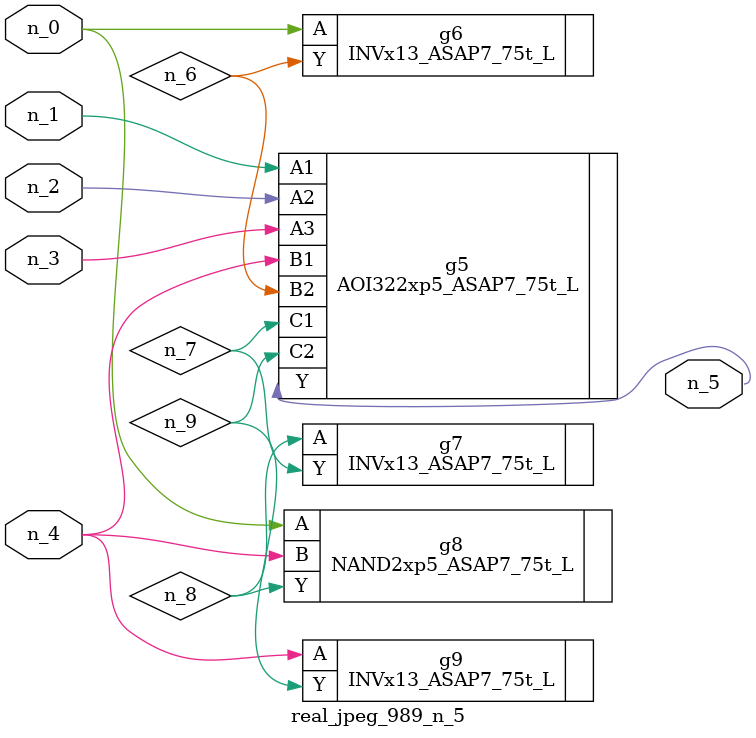
<source format=v>
module real_jpeg_989_n_5 (n_4, n_0, n_1, n_2, n_3, n_5);

input n_4;
input n_0;
input n_1;
input n_2;
input n_3;

output n_5;

wire n_8;
wire n_6;
wire n_7;
wire n_9;

INVx13_ASAP7_75t_L g6 ( 
.A(n_0),
.Y(n_6)
);

NAND2xp5_ASAP7_75t_L g8 ( 
.A(n_0),
.B(n_4),
.Y(n_8)
);

AOI322xp5_ASAP7_75t_L g5 ( 
.A1(n_1),
.A2(n_2),
.A3(n_3),
.B1(n_4),
.B2(n_6),
.C1(n_7),
.C2(n_9),
.Y(n_5)
);

INVx13_ASAP7_75t_L g9 ( 
.A(n_4),
.Y(n_9)
);

INVx13_ASAP7_75t_L g7 ( 
.A(n_8),
.Y(n_7)
);


endmodule
</source>
